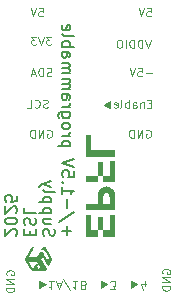
<source format=gbr>
%TF.GenerationSoftware,KiCad,Pcbnew,9.0.2*%
%TF.CreationDate,2025-10-14T12:10:58+02:00*%
%TF.ProjectId,1p6V_to_m1p6V_bias_gum,31703656-5f74-46f5-9f6d-317036565f62,rev?*%
%TF.SameCoordinates,Original*%
%TF.FileFunction,Legend,Bot*%
%TF.FilePolarity,Positive*%
%FSLAX46Y46*%
G04 Gerber Fmt 4.6, Leading zero omitted, Abs format (unit mm)*
G04 Created by KiCad (PCBNEW 9.0.2) date 2025-10-14 12:10:58*
%MOMM*%
%LPD*%
G01*
G04 APERTURE LIST*
%ADD10C,0.150000*%
%ADD11C,0.100000*%
%ADD12C,0.000000*%
%ADD13C,2.000000*%
%ADD14R,1.700000X1.700000*%
%ADD15C,1.700000*%
%ADD16R,1.500000X5.080000*%
G04 APERTURE END LIST*
D10*
X86565965Y-80963220D02*
X86565965Y-80201316D01*
X86185012Y-80582268D02*
X86946917Y-80582268D01*
X87232632Y-79010840D02*
X85946917Y-79867982D01*
X86565965Y-78677506D02*
X86565965Y-77915602D01*
X86185012Y-76915602D02*
X86185012Y-77487030D01*
X86185012Y-77201316D02*
X87185012Y-77201316D01*
X87185012Y-77201316D02*
X87042155Y-77296554D01*
X87042155Y-77296554D02*
X86946917Y-77391792D01*
X86946917Y-77391792D02*
X86899298Y-77487030D01*
X86280251Y-76487030D02*
X86232632Y-76439411D01*
X86232632Y-76439411D02*
X86185012Y-76487030D01*
X86185012Y-76487030D02*
X86232632Y-76534649D01*
X86232632Y-76534649D02*
X86280251Y-76487030D01*
X86280251Y-76487030D02*
X86185012Y-76487030D01*
X87185012Y-75534650D02*
X87185012Y-76010840D01*
X87185012Y-76010840D02*
X86708822Y-76058459D01*
X86708822Y-76058459D02*
X86756441Y-76010840D01*
X86756441Y-76010840D02*
X86804060Y-75915602D01*
X86804060Y-75915602D02*
X86804060Y-75677507D01*
X86804060Y-75677507D02*
X86756441Y-75582269D01*
X86756441Y-75582269D02*
X86708822Y-75534650D01*
X86708822Y-75534650D02*
X86613584Y-75487031D01*
X86613584Y-75487031D02*
X86375489Y-75487031D01*
X86375489Y-75487031D02*
X86280251Y-75534650D01*
X86280251Y-75534650D02*
X86232632Y-75582269D01*
X86232632Y-75582269D02*
X86185012Y-75677507D01*
X86185012Y-75677507D02*
X86185012Y-75915602D01*
X86185012Y-75915602D02*
X86232632Y-76010840D01*
X86232632Y-76010840D02*
X86280251Y-76058459D01*
X87185012Y-75201316D02*
X86185012Y-74867983D01*
X86185012Y-74867983D02*
X87185012Y-74534650D01*
X86851679Y-73439411D02*
X85851679Y-73439411D01*
X86804060Y-73439411D02*
X86851679Y-73344173D01*
X86851679Y-73344173D02*
X86851679Y-73153697D01*
X86851679Y-73153697D02*
X86804060Y-73058459D01*
X86804060Y-73058459D02*
X86756441Y-73010840D01*
X86756441Y-73010840D02*
X86661203Y-72963221D01*
X86661203Y-72963221D02*
X86375489Y-72963221D01*
X86375489Y-72963221D02*
X86280251Y-73010840D01*
X86280251Y-73010840D02*
X86232632Y-73058459D01*
X86232632Y-73058459D02*
X86185012Y-73153697D01*
X86185012Y-73153697D02*
X86185012Y-73344173D01*
X86185012Y-73344173D02*
X86232632Y-73439411D01*
X86185012Y-72534649D02*
X86851679Y-72534649D01*
X86661203Y-72534649D02*
X86756441Y-72487030D01*
X86756441Y-72487030D02*
X86804060Y-72439411D01*
X86804060Y-72439411D02*
X86851679Y-72344173D01*
X86851679Y-72344173D02*
X86851679Y-72248935D01*
X86185012Y-71772744D02*
X86232632Y-71867982D01*
X86232632Y-71867982D02*
X86280251Y-71915601D01*
X86280251Y-71915601D02*
X86375489Y-71963220D01*
X86375489Y-71963220D02*
X86661203Y-71963220D01*
X86661203Y-71963220D02*
X86756441Y-71915601D01*
X86756441Y-71915601D02*
X86804060Y-71867982D01*
X86804060Y-71867982D02*
X86851679Y-71772744D01*
X86851679Y-71772744D02*
X86851679Y-71629887D01*
X86851679Y-71629887D02*
X86804060Y-71534649D01*
X86804060Y-71534649D02*
X86756441Y-71487030D01*
X86756441Y-71487030D02*
X86661203Y-71439411D01*
X86661203Y-71439411D02*
X86375489Y-71439411D01*
X86375489Y-71439411D02*
X86280251Y-71487030D01*
X86280251Y-71487030D02*
X86232632Y-71534649D01*
X86232632Y-71534649D02*
X86185012Y-71629887D01*
X86185012Y-71629887D02*
X86185012Y-71772744D01*
X86851679Y-70582268D02*
X86042155Y-70582268D01*
X86042155Y-70582268D02*
X85946917Y-70629887D01*
X85946917Y-70629887D02*
X85899298Y-70677506D01*
X85899298Y-70677506D02*
X85851679Y-70772744D01*
X85851679Y-70772744D02*
X85851679Y-70915601D01*
X85851679Y-70915601D02*
X85899298Y-71010839D01*
X86232632Y-70582268D02*
X86185012Y-70677506D01*
X86185012Y-70677506D02*
X86185012Y-70867982D01*
X86185012Y-70867982D02*
X86232632Y-70963220D01*
X86232632Y-70963220D02*
X86280251Y-71010839D01*
X86280251Y-71010839D02*
X86375489Y-71058458D01*
X86375489Y-71058458D02*
X86661203Y-71058458D01*
X86661203Y-71058458D02*
X86756441Y-71010839D01*
X86756441Y-71010839D02*
X86804060Y-70963220D01*
X86804060Y-70963220D02*
X86851679Y-70867982D01*
X86851679Y-70867982D02*
X86851679Y-70677506D01*
X86851679Y-70677506D02*
X86804060Y-70582268D01*
X86185012Y-70106077D02*
X86851679Y-70106077D01*
X86661203Y-70106077D02*
X86756441Y-70058458D01*
X86756441Y-70058458D02*
X86804060Y-70010839D01*
X86804060Y-70010839D02*
X86851679Y-69915601D01*
X86851679Y-69915601D02*
X86851679Y-69820363D01*
X86185012Y-69058458D02*
X86708822Y-69058458D01*
X86708822Y-69058458D02*
X86804060Y-69106077D01*
X86804060Y-69106077D02*
X86851679Y-69201315D01*
X86851679Y-69201315D02*
X86851679Y-69391791D01*
X86851679Y-69391791D02*
X86804060Y-69487029D01*
X86232632Y-69058458D02*
X86185012Y-69153696D01*
X86185012Y-69153696D02*
X86185012Y-69391791D01*
X86185012Y-69391791D02*
X86232632Y-69487029D01*
X86232632Y-69487029D02*
X86327870Y-69534648D01*
X86327870Y-69534648D02*
X86423108Y-69534648D01*
X86423108Y-69534648D02*
X86518346Y-69487029D01*
X86518346Y-69487029D02*
X86565965Y-69391791D01*
X86565965Y-69391791D02*
X86565965Y-69153696D01*
X86565965Y-69153696D02*
X86613584Y-69058458D01*
X86185012Y-68582267D02*
X86851679Y-68582267D01*
X86756441Y-68582267D02*
X86804060Y-68534648D01*
X86804060Y-68534648D02*
X86851679Y-68439410D01*
X86851679Y-68439410D02*
X86851679Y-68296553D01*
X86851679Y-68296553D02*
X86804060Y-68201315D01*
X86804060Y-68201315D02*
X86708822Y-68153696D01*
X86708822Y-68153696D02*
X86185012Y-68153696D01*
X86708822Y-68153696D02*
X86804060Y-68106077D01*
X86804060Y-68106077D02*
X86851679Y-68010839D01*
X86851679Y-68010839D02*
X86851679Y-67867982D01*
X86851679Y-67867982D02*
X86804060Y-67772743D01*
X86804060Y-67772743D02*
X86708822Y-67725124D01*
X86708822Y-67725124D02*
X86185012Y-67725124D01*
X86185012Y-67248934D02*
X86851679Y-67248934D01*
X86756441Y-67248934D02*
X86804060Y-67201315D01*
X86804060Y-67201315D02*
X86851679Y-67106077D01*
X86851679Y-67106077D02*
X86851679Y-66963220D01*
X86851679Y-66963220D02*
X86804060Y-66867982D01*
X86804060Y-66867982D02*
X86708822Y-66820363D01*
X86708822Y-66820363D02*
X86185012Y-66820363D01*
X86708822Y-66820363D02*
X86804060Y-66772744D01*
X86804060Y-66772744D02*
X86851679Y-66677506D01*
X86851679Y-66677506D02*
X86851679Y-66534649D01*
X86851679Y-66534649D02*
X86804060Y-66439410D01*
X86804060Y-66439410D02*
X86708822Y-66391791D01*
X86708822Y-66391791D02*
X86185012Y-66391791D01*
X86185012Y-65487030D02*
X86708822Y-65487030D01*
X86708822Y-65487030D02*
X86804060Y-65534649D01*
X86804060Y-65534649D02*
X86851679Y-65629887D01*
X86851679Y-65629887D02*
X86851679Y-65820363D01*
X86851679Y-65820363D02*
X86804060Y-65915601D01*
X86232632Y-65487030D02*
X86185012Y-65582268D01*
X86185012Y-65582268D02*
X86185012Y-65820363D01*
X86185012Y-65820363D02*
X86232632Y-65915601D01*
X86232632Y-65915601D02*
X86327870Y-65963220D01*
X86327870Y-65963220D02*
X86423108Y-65963220D01*
X86423108Y-65963220D02*
X86518346Y-65915601D01*
X86518346Y-65915601D02*
X86565965Y-65820363D01*
X86565965Y-65820363D02*
X86565965Y-65582268D01*
X86565965Y-65582268D02*
X86613584Y-65487030D01*
X86185012Y-65010839D02*
X87185012Y-65010839D01*
X86804060Y-65010839D02*
X86851679Y-64915601D01*
X86851679Y-64915601D02*
X86851679Y-64725125D01*
X86851679Y-64725125D02*
X86804060Y-64629887D01*
X86804060Y-64629887D02*
X86756441Y-64582268D01*
X86756441Y-64582268D02*
X86661203Y-64534649D01*
X86661203Y-64534649D02*
X86375489Y-64534649D01*
X86375489Y-64534649D02*
X86280251Y-64582268D01*
X86280251Y-64582268D02*
X86232632Y-64629887D01*
X86232632Y-64629887D02*
X86185012Y-64725125D01*
X86185012Y-64725125D02*
X86185012Y-64915601D01*
X86185012Y-64915601D02*
X86232632Y-65010839D01*
X86185012Y-63963220D02*
X86232632Y-64058458D01*
X86232632Y-64058458D02*
X86327870Y-64106077D01*
X86327870Y-64106077D02*
X87185012Y-64106077D01*
X86232632Y-63201315D02*
X86185012Y-63296553D01*
X86185012Y-63296553D02*
X86185012Y-63487029D01*
X86185012Y-63487029D02*
X86232632Y-63582267D01*
X86232632Y-63582267D02*
X86327870Y-63629886D01*
X86327870Y-63629886D02*
X86708822Y-63629886D01*
X86708822Y-63629886D02*
X86804060Y-63582267D01*
X86804060Y-63582267D02*
X86851679Y-63487029D01*
X86851679Y-63487029D02*
X86851679Y-63296553D01*
X86851679Y-63296553D02*
X86804060Y-63201315D01*
X86804060Y-63201315D02*
X86708822Y-63153696D01*
X86708822Y-63153696D02*
X86613584Y-63153696D01*
X86613584Y-63153696D02*
X86518346Y-63629886D01*
X84622688Y-81010839D02*
X84575068Y-80867982D01*
X84575068Y-80867982D02*
X84575068Y-80629887D01*
X84575068Y-80629887D02*
X84622688Y-80534649D01*
X84622688Y-80534649D02*
X84670307Y-80487030D01*
X84670307Y-80487030D02*
X84765545Y-80439411D01*
X84765545Y-80439411D02*
X84860783Y-80439411D01*
X84860783Y-80439411D02*
X84956021Y-80487030D01*
X84956021Y-80487030D02*
X85003640Y-80534649D01*
X85003640Y-80534649D02*
X85051259Y-80629887D01*
X85051259Y-80629887D02*
X85098878Y-80820363D01*
X85098878Y-80820363D02*
X85146497Y-80915601D01*
X85146497Y-80915601D02*
X85194116Y-80963220D01*
X85194116Y-80963220D02*
X85289354Y-81010839D01*
X85289354Y-81010839D02*
X85384592Y-81010839D01*
X85384592Y-81010839D02*
X85479830Y-80963220D01*
X85479830Y-80963220D02*
X85527449Y-80915601D01*
X85527449Y-80915601D02*
X85575068Y-80820363D01*
X85575068Y-80820363D02*
X85575068Y-80582268D01*
X85575068Y-80582268D02*
X85527449Y-80439411D01*
X85241735Y-79582268D02*
X84575068Y-79582268D01*
X85241735Y-80010839D02*
X84717926Y-80010839D01*
X84717926Y-80010839D02*
X84622688Y-79963220D01*
X84622688Y-79963220D02*
X84575068Y-79867982D01*
X84575068Y-79867982D02*
X84575068Y-79725125D01*
X84575068Y-79725125D02*
X84622688Y-79629887D01*
X84622688Y-79629887D02*
X84670307Y-79582268D01*
X85241735Y-79106077D02*
X84241735Y-79106077D01*
X85194116Y-79106077D02*
X85241735Y-79010839D01*
X85241735Y-79010839D02*
X85241735Y-78820363D01*
X85241735Y-78820363D02*
X85194116Y-78725125D01*
X85194116Y-78725125D02*
X85146497Y-78677506D01*
X85146497Y-78677506D02*
X85051259Y-78629887D01*
X85051259Y-78629887D02*
X84765545Y-78629887D01*
X84765545Y-78629887D02*
X84670307Y-78677506D01*
X84670307Y-78677506D02*
X84622688Y-78725125D01*
X84622688Y-78725125D02*
X84575068Y-78820363D01*
X84575068Y-78820363D02*
X84575068Y-79010839D01*
X84575068Y-79010839D02*
X84622688Y-79106077D01*
X85241735Y-78201315D02*
X84241735Y-78201315D01*
X85194116Y-78201315D02*
X85241735Y-78106077D01*
X85241735Y-78106077D02*
X85241735Y-77915601D01*
X85241735Y-77915601D02*
X85194116Y-77820363D01*
X85194116Y-77820363D02*
X85146497Y-77772744D01*
X85146497Y-77772744D02*
X85051259Y-77725125D01*
X85051259Y-77725125D02*
X84765545Y-77725125D01*
X84765545Y-77725125D02*
X84670307Y-77772744D01*
X84670307Y-77772744D02*
X84622688Y-77820363D01*
X84622688Y-77820363D02*
X84575068Y-77915601D01*
X84575068Y-77915601D02*
X84575068Y-78106077D01*
X84575068Y-78106077D02*
X84622688Y-78201315D01*
X84575068Y-77153696D02*
X84622688Y-77248934D01*
X84622688Y-77248934D02*
X84717926Y-77296553D01*
X84717926Y-77296553D02*
X85575068Y-77296553D01*
X85241735Y-76867981D02*
X84575068Y-76629886D01*
X85241735Y-76391791D02*
X84575068Y-76629886D01*
X84575068Y-76629886D02*
X84336973Y-76725124D01*
X84336973Y-76725124D02*
X84289354Y-76772743D01*
X84289354Y-76772743D02*
X84241735Y-76867981D01*
X83488934Y-80963220D02*
X83488934Y-80629887D01*
X82965124Y-80487030D02*
X82965124Y-80963220D01*
X82965124Y-80963220D02*
X83965124Y-80963220D01*
X83965124Y-80963220D02*
X83965124Y-80487030D01*
X83012744Y-80106077D02*
X82965124Y-79963220D01*
X82965124Y-79963220D02*
X82965124Y-79725125D01*
X82965124Y-79725125D02*
X83012744Y-79629887D01*
X83012744Y-79629887D02*
X83060363Y-79582268D01*
X83060363Y-79582268D02*
X83155601Y-79534649D01*
X83155601Y-79534649D02*
X83250839Y-79534649D01*
X83250839Y-79534649D02*
X83346077Y-79582268D01*
X83346077Y-79582268D02*
X83393696Y-79629887D01*
X83393696Y-79629887D02*
X83441315Y-79725125D01*
X83441315Y-79725125D02*
X83488934Y-79915601D01*
X83488934Y-79915601D02*
X83536553Y-80010839D01*
X83536553Y-80010839D02*
X83584172Y-80058458D01*
X83584172Y-80058458D02*
X83679410Y-80106077D01*
X83679410Y-80106077D02*
X83774648Y-80106077D01*
X83774648Y-80106077D02*
X83869886Y-80058458D01*
X83869886Y-80058458D02*
X83917505Y-80010839D01*
X83917505Y-80010839D02*
X83965124Y-79915601D01*
X83965124Y-79915601D02*
X83965124Y-79677506D01*
X83965124Y-79677506D02*
X83917505Y-79534649D01*
X82965124Y-78629887D02*
X82965124Y-79106077D01*
X82965124Y-79106077D02*
X83965124Y-79106077D01*
X82259942Y-81010839D02*
X82307561Y-80963220D01*
X82307561Y-80963220D02*
X82355180Y-80867982D01*
X82355180Y-80867982D02*
X82355180Y-80629887D01*
X82355180Y-80629887D02*
X82307561Y-80534649D01*
X82307561Y-80534649D02*
X82259942Y-80487030D01*
X82259942Y-80487030D02*
X82164704Y-80439411D01*
X82164704Y-80439411D02*
X82069466Y-80439411D01*
X82069466Y-80439411D02*
X81926609Y-80487030D01*
X81926609Y-80487030D02*
X81355180Y-81058458D01*
X81355180Y-81058458D02*
X81355180Y-80439411D01*
X82355180Y-79820363D02*
X82355180Y-79725125D01*
X82355180Y-79725125D02*
X82307561Y-79629887D01*
X82307561Y-79629887D02*
X82259942Y-79582268D01*
X82259942Y-79582268D02*
X82164704Y-79534649D01*
X82164704Y-79534649D02*
X81974228Y-79487030D01*
X81974228Y-79487030D02*
X81736133Y-79487030D01*
X81736133Y-79487030D02*
X81545657Y-79534649D01*
X81545657Y-79534649D02*
X81450419Y-79582268D01*
X81450419Y-79582268D02*
X81402800Y-79629887D01*
X81402800Y-79629887D02*
X81355180Y-79725125D01*
X81355180Y-79725125D02*
X81355180Y-79820363D01*
X81355180Y-79820363D02*
X81402800Y-79915601D01*
X81402800Y-79915601D02*
X81450419Y-79963220D01*
X81450419Y-79963220D02*
X81545657Y-80010839D01*
X81545657Y-80010839D02*
X81736133Y-80058458D01*
X81736133Y-80058458D02*
X81974228Y-80058458D01*
X81974228Y-80058458D02*
X82164704Y-80010839D01*
X82164704Y-80010839D02*
X82259942Y-79963220D01*
X82259942Y-79963220D02*
X82307561Y-79915601D01*
X82307561Y-79915601D02*
X82355180Y-79820363D01*
X82259942Y-79106077D02*
X82307561Y-79058458D01*
X82307561Y-79058458D02*
X82355180Y-78963220D01*
X82355180Y-78963220D02*
X82355180Y-78725125D01*
X82355180Y-78725125D02*
X82307561Y-78629887D01*
X82307561Y-78629887D02*
X82259942Y-78582268D01*
X82259942Y-78582268D02*
X82164704Y-78534649D01*
X82164704Y-78534649D02*
X82069466Y-78534649D01*
X82069466Y-78534649D02*
X81926609Y-78582268D01*
X81926609Y-78582268D02*
X81355180Y-79153696D01*
X81355180Y-79153696D02*
X81355180Y-78534649D01*
X82355180Y-77629887D02*
X82355180Y-78106077D01*
X82355180Y-78106077D02*
X81878990Y-78153696D01*
X81878990Y-78153696D02*
X81926609Y-78106077D01*
X81926609Y-78106077D02*
X81974228Y-78010839D01*
X81974228Y-78010839D02*
X81974228Y-77772744D01*
X81974228Y-77772744D02*
X81926609Y-77677506D01*
X81926609Y-77677506D02*
X81878990Y-77629887D01*
X81878990Y-77629887D02*
X81783752Y-77582268D01*
X81783752Y-77582268D02*
X81545657Y-77582268D01*
X81545657Y-77582268D02*
X81450419Y-77629887D01*
X81450419Y-77629887D02*
X81402800Y-77677506D01*
X81402800Y-77677506D02*
X81355180Y-77772744D01*
X81355180Y-77772744D02*
X81355180Y-78010839D01*
X81355180Y-78010839D02*
X81402800Y-78106077D01*
X81402800Y-78106077D02*
X81450419Y-78153696D01*
D11*
X84283789Y-85380200D02*
X84283789Y-84846866D01*
X84317122Y-85346866D02*
X84317122Y-84880200D01*
X84350455Y-85346866D02*
X84350455Y-84880200D01*
X84383789Y-85313533D02*
X84383789Y-84913533D01*
X84417122Y-85313533D02*
X84417122Y-84913533D01*
X84450455Y-85280200D02*
X84450455Y-84946866D01*
X84483789Y-85280200D02*
X84483789Y-84946866D01*
X84517122Y-85246866D02*
X84517122Y-84980200D01*
X84550455Y-85213533D02*
X84550455Y-85013533D01*
X84583789Y-85213533D02*
X84583789Y-85013533D01*
X84617122Y-85180200D02*
X84617122Y-85046866D01*
X84650455Y-85180200D02*
X84650455Y-85046866D01*
X84683789Y-85113533D02*
X84717122Y-85113533D01*
X84683789Y-85146866D02*
X84683789Y-85080200D01*
X84250455Y-85380200D02*
X84750455Y-85113533D01*
X84750455Y-85113533D02*
X84250455Y-84846866D01*
X84783789Y-85113533D02*
X84250455Y-84813533D01*
X84250455Y-84813533D02*
X84250455Y-85413533D01*
X84250455Y-85413533D02*
X84783789Y-85113533D01*
X85483789Y-84846866D02*
X85083789Y-84846866D01*
X85283789Y-84846866D02*
X85283789Y-85546866D01*
X85283789Y-85546866D02*
X85217122Y-85446866D01*
X85217122Y-85446866D02*
X85150456Y-85380200D01*
X85150456Y-85380200D02*
X85083789Y-85346866D01*
X85750456Y-85046866D02*
X86083789Y-85046866D01*
X85683789Y-84846866D02*
X85917123Y-85546866D01*
X85917123Y-85546866D02*
X86150456Y-84846866D01*
X86883789Y-85580200D02*
X86283789Y-84680200D01*
X87483789Y-84846866D02*
X87083789Y-84846866D01*
X87283789Y-84846866D02*
X87283789Y-85546866D01*
X87283789Y-85546866D02*
X87217122Y-85446866D01*
X87217122Y-85446866D02*
X87150456Y-85380200D01*
X87150456Y-85380200D02*
X87083789Y-85346866D01*
X88017123Y-85213533D02*
X88117123Y-85180200D01*
X88117123Y-85180200D02*
X88150456Y-85146866D01*
X88150456Y-85146866D02*
X88183789Y-85080200D01*
X88183789Y-85080200D02*
X88183789Y-84980200D01*
X88183789Y-84980200D02*
X88150456Y-84913533D01*
X88150456Y-84913533D02*
X88117123Y-84880200D01*
X88117123Y-84880200D02*
X88050456Y-84846866D01*
X88050456Y-84846866D02*
X87783789Y-84846866D01*
X87783789Y-84846866D02*
X87783789Y-85546866D01*
X87783789Y-85546866D02*
X88017123Y-85546866D01*
X88017123Y-85546866D02*
X88083789Y-85513533D01*
X88083789Y-85513533D02*
X88117123Y-85480200D01*
X88117123Y-85480200D02*
X88150456Y-85413533D01*
X88150456Y-85413533D02*
X88150456Y-85346866D01*
X88150456Y-85346866D02*
X88117123Y-85280200D01*
X88117123Y-85280200D02*
X88083789Y-85246866D01*
X88083789Y-85246866D02*
X88017123Y-85213533D01*
X88017123Y-85213533D02*
X87783789Y-85213533D01*
X93744788Y-69820466D02*
X93511455Y-69820466D01*
X93411455Y-70187133D02*
X93744788Y-70187133D01*
X93744788Y-70187133D02*
X93744788Y-69487133D01*
X93744788Y-69487133D02*
X93411455Y-69487133D01*
X93111455Y-69720466D02*
X93111455Y-70187133D01*
X93111455Y-69787133D02*
X93078122Y-69753800D01*
X93078122Y-69753800D02*
X93011455Y-69720466D01*
X93011455Y-69720466D02*
X92911455Y-69720466D01*
X92911455Y-69720466D02*
X92844788Y-69753800D01*
X92844788Y-69753800D02*
X92811455Y-69820466D01*
X92811455Y-69820466D02*
X92811455Y-70187133D01*
X92178122Y-70187133D02*
X92178122Y-69820466D01*
X92178122Y-69820466D02*
X92211455Y-69753800D01*
X92211455Y-69753800D02*
X92278122Y-69720466D01*
X92278122Y-69720466D02*
X92411455Y-69720466D01*
X92411455Y-69720466D02*
X92478122Y-69753800D01*
X92178122Y-70153800D02*
X92244789Y-70187133D01*
X92244789Y-70187133D02*
X92411455Y-70187133D01*
X92411455Y-70187133D02*
X92478122Y-70153800D01*
X92478122Y-70153800D02*
X92511455Y-70087133D01*
X92511455Y-70087133D02*
X92511455Y-70020466D01*
X92511455Y-70020466D02*
X92478122Y-69953800D01*
X92478122Y-69953800D02*
X92411455Y-69920466D01*
X92411455Y-69920466D02*
X92244789Y-69920466D01*
X92244789Y-69920466D02*
X92178122Y-69887133D01*
X91844789Y-70187133D02*
X91844789Y-69487133D01*
X91844789Y-69753800D02*
X91778122Y-69720466D01*
X91778122Y-69720466D02*
X91644789Y-69720466D01*
X91644789Y-69720466D02*
X91578122Y-69753800D01*
X91578122Y-69753800D02*
X91544789Y-69787133D01*
X91544789Y-69787133D02*
X91511456Y-69853800D01*
X91511456Y-69853800D02*
X91511456Y-70053800D01*
X91511456Y-70053800D02*
X91544789Y-70120466D01*
X91544789Y-70120466D02*
X91578122Y-70153800D01*
X91578122Y-70153800D02*
X91644789Y-70187133D01*
X91644789Y-70187133D02*
X91778122Y-70187133D01*
X91778122Y-70187133D02*
X91844789Y-70153800D01*
X91111456Y-70187133D02*
X91178123Y-70153800D01*
X91178123Y-70153800D02*
X91211456Y-70087133D01*
X91211456Y-70087133D02*
X91211456Y-69487133D01*
X90578122Y-70153800D02*
X90644789Y-70187133D01*
X90644789Y-70187133D02*
X90778122Y-70187133D01*
X90778122Y-70187133D02*
X90844789Y-70153800D01*
X90844789Y-70153800D02*
X90878122Y-70087133D01*
X90878122Y-70087133D02*
X90878122Y-69820466D01*
X90878122Y-69820466D02*
X90844789Y-69753800D01*
X90844789Y-69753800D02*
X90778122Y-69720466D01*
X90778122Y-69720466D02*
X90644789Y-69720466D01*
X90644789Y-69720466D02*
X90578122Y-69753800D01*
X90578122Y-69753800D02*
X90544789Y-69820466D01*
X90544789Y-69820466D02*
X90544789Y-69887133D01*
X90544789Y-69887133D02*
X90878122Y-69953800D01*
X90211456Y-69653800D02*
X90211456Y-70187133D01*
X90178122Y-69687133D02*
X90178122Y-70153800D01*
X90144789Y-69687133D02*
X90144789Y-70153800D01*
X90111456Y-69720466D02*
X90111456Y-70120466D01*
X90078122Y-69720466D02*
X90078122Y-70120466D01*
X90044789Y-69753800D02*
X90044789Y-70087133D01*
X90011456Y-69753800D02*
X90011456Y-70087133D01*
X89978122Y-69787133D02*
X89978122Y-70053800D01*
X89944789Y-69820466D02*
X89944789Y-70020466D01*
X89911456Y-69820466D02*
X89911456Y-70020466D01*
X89878122Y-69853800D02*
X89878122Y-69987133D01*
X89844789Y-69853800D02*
X89844789Y-69987133D01*
X89811456Y-69920466D02*
X89778122Y-69920466D01*
X89811456Y-69887133D02*
X89811456Y-69953800D01*
X90244789Y-69653800D02*
X89744789Y-69920466D01*
X89744789Y-69920466D02*
X90244789Y-70187133D01*
X89711456Y-69920466D02*
X90244789Y-70220466D01*
X90244789Y-70220466D02*
X90244789Y-69620466D01*
X90244789Y-69620466D02*
X89711456Y-69920466D01*
X93797456Y-67253466D02*
X93264123Y-67253466D01*
X92597456Y-66820133D02*
X92930789Y-66820133D01*
X92930789Y-66820133D02*
X92964122Y-67153466D01*
X92964122Y-67153466D02*
X92930789Y-67120133D01*
X92930789Y-67120133D02*
X92864122Y-67086800D01*
X92864122Y-67086800D02*
X92697456Y-67086800D01*
X92697456Y-67086800D02*
X92630789Y-67120133D01*
X92630789Y-67120133D02*
X92597456Y-67153466D01*
X92597456Y-67153466D02*
X92564122Y-67220133D01*
X92564122Y-67220133D02*
X92564122Y-67386800D01*
X92564122Y-67386800D02*
X92597456Y-67453466D01*
X92597456Y-67453466D02*
X92630789Y-67486800D01*
X92630789Y-67486800D02*
X92697456Y-67520133D01*
X92697456Y-67520133D02*
X92864122Y-67520133D01*
X92864122Y-67520133D02*
X92930789Y-67486800D01*
X92930789Y-67486800D02*
X92964122Y-67453466D01*
X92364122Y-66820133D02*
X92130789Y-67520133D01*
X92130789Y-67520133D02*
X91897455Y-66820133D01*
X84215456Y-61740133D02*
X84548789Y-61740133D01*
X84548789Y-61740133D02*
X84582122Y-62073466D01*
X84582122Y-62073466D02*
X84548789Y-62040133D01*
X84548789Y-62040133D02*
X84482122Y-62006800D01*
X84482122Y-62006800D02*
X84315456Y-62006800D01*
X84315456Y-62006800D02*
X84248789Y-62040133D01*
X84248789Y-62040133D02*
X84215456Y-62073466D01*
X84215456Y-62073466D02*
X84182122Y-62140133D01*
X84182122Y-62140133D02*
X84182122Y-62306800D01*
X84182122Y-62306800D02*
X84215456Y-62373466D01*
X84215456Y-62373466D02*
X84248789Y-62406800D01*
X84248789Y-62406800D02*
X84315456Y-62440133D01*
X84315456Y-62440133D02*
X84482122Y-62440133D01*
X84482122Y-62440133D02*
X84548789Y-62406800D01*
X84548789Y-62406800D02*
X84582122Y-62373466D01*
X83982122Y-61740133D02*
X83748789Y-62440133D01*
X83748789Y-62440133D02*
X83515455Y-61740133D01*
X85282122Y-67486800D02*
X85182122Y-67520133D01*
X85182122Y-67520133D02*
X85015456Y-67520133D01*
X85015456Y-67520133D02*
X84948789Y-67486800D01*
X84948789Y-67486800D02*
X84915456Y-67453466D01*
X84915456Y-67453466D02*
X84882122Y-67386800D01*
X84882122Y-67386800D02*
X84882122Y-67320133D01*
X84882122Y-67320133D02*
X84915456Y-67253466D01*
X84915456Y-67253466D02*
X84948789Y-67220133D01*
X84948789Y-67220133D02*
X85015456Y-67186800D01*
X85015456Y-67186800D02*
X85148789Y-67153466D01*
X85148789Y-67153466D02*
X85215456Y-67120133D01*
X85215456Y-67120133D02*
X85248789Y-67086800D01*
X85248789Y-67086800D02*
X85282122Y-67020133D01*
X85282122Y-67020133D02*
X85282122Y-66953466D01*
X85282122Y-66953466D02*
X85248789Y-66886800D01*
X85248789Y-66886800D02*
X85215456Y-66853466D01*
X85215456Y-66853466D02*
X85148789Y-66820133D01*
X85148789Y-66820133D02*
X84982122Y-66820133D01*
X84982122Y-66820133D02*
X84882122Y-66853466D01*
X84582122Y-67520133D02*
X84582122Y-66820133D01*
X84582122Y-66820133D02*
X84415455Y-66820133D01*
X84415455Y-66820133D02*
X84315455Y-66853466D01*
X84315455Y-66853466D02*
X84248789Y-66920133D01*
X84248789Y-66920133D02*
X84215455Y-66986800D01*
X84215455Y-66986800D02*
X84182122Y-67120133D01*
X84182122Y-67120133D02*
X84182122Y-67220133D01*
X84182122Y-67220133D02*
X84215455Y-67353466D01*
X84215455Y-67353466D02*
X84248789Y-67420133D01*
X84248789Y-67420133D02*
X84315455Y-67486800D01*
X84315455Y-67486800D02*
X84415455Y-67520133D01*
X84415455Y-67520133D02*
X84582122Y-67520133D01*
X83915455Y-67320133D02*
X83582122Y-67320133D01*
X83982122Y-67520133D02*
X83748789Y-66820133D01*
X83748789Y-66820133D02*
X83515455Y-67520133D01*
X93687788Y-64407133D02*
X93454455Y-65107133D01*
X93454455Y-65107133D02*
X93221121Y-64407133D01*
X92987788Y-65107133D02*
X92987788Y-64407133D01*
X92987788Y-64407133D02*
X92821121Y-64407133D01*
X92821121Y-64407133D02*
X92721121Y-64440466D01*
X92721121Y-64440466D02*
X92654455Y-64507133D01*
X92654455Y-64507133D02*
X92621121Y-64573800D01*
X92621121Y-64573800D02*
X92587788Y-64707133D01*
X92587788Y-64707133D02*
X92587788Y-64807133D01*
X92587788Y-64807133D02*
X92621121Y-64940466D01*
X92621121Y-64940466D02*
X92654455Y-65007133D01*
X92654455Y-65007133D02*
X92721121Y-65073800D01*
X92721121Y-65073800D02*
X92821121Y-65107133D01*
X92821121Y-65107133D02*
X92987788Y-65107133D01*
X92287788Y-65107133D02*
X92287788Y-64407133D01*
X92287788Y-64407133D02*
X92121121Y-64407133D01*
X92121121Y-64407133D02*
X92021121Y-64440466D01*
X92021121Y-64440466D02*
X91954455Y-64507133D01*
X91954455Y-64507133D02*
X91921121Y-64573800D01*
X91921121Y-64573800D02*
X91887788Y-64707133D01*
X91887788Y-64707133D02*
X91887788Y-64807133D01*
X91887788Y-64807133D02*
X91921121Y-64940466D01*
X91921121Y-64940466D02*
X91954455Y-65007133D01*
X91954455Y-65007133D02*
X92021121Y-65073800D01*
X92021121Y-65073800D02*
X92121121Y-65107133D01*
X92121121Y-65107133D02*
X92287788Y-65107133D01*
X91587788Y-65107133D02*
X91587788Y-64407133D01*
X91121122Y-64407133D02*
X90987788Y-64407133D01*
X90987788Y-64407133D02*
X90921122Y-64440466D01*
X90921122Y-64440466D02*
X90854455Y-64507133D01*
X90854455Y-64507133D02*
X90821122Y-64640466D01*
X90821122Y-64640466D02*
X90821122Y-64873800D01*
X90821122Y-64873800D02*
X90854455Y-65007133D01*
X90854455Y-65007133D02*
X90921122Y-65073800D01*
X90921122Y-65073800D02*
X90987788Y-65107133D01*
X90987788Y-65107133D02*
X91121122Y-65107133D01*
X91121122Y-65107133D02*
X91187788Y-65073800D01*
X91187788Y-65073800D02*
X91254455Y-65007133D01*
X91254455Y-65007133D02*
X91287788Y-64873800D01*
X91287788Y-64873800D02*
X91287788Y-64640466D01*
X91287788Y-64640466D02*
X91254455Y-64507133D01*
X91254455Y-64507133D02*
X91187788Y-64440466D01*
X91187788Y-64440466D02*
X91121122Y-64407133D01*
X84921788Y-72060466D02*
X84988455Y-72027133D01*
X84988455Y-72027133D02*
X85088455Y-72027133D01*
X85088455Y-72027133D02*
X85188455Y-72060466D01*
X85188455Y-72060466D02*
X85255122Y-72127133D01*
X85255122Y-72127133D02*
X85288455Y-72193800D01*
X85288455Y-72193800D02*
X85321788Y-72327133D01*
X85321788Y-72327133D02*
X85321788Y-72427133D01*
X85321788Y-72427133D02*
X85288455Y-72560466D01*
X85288455Y-72560466D02*
X85255122Y-72627133D01*
X85255122Y-72627133D02*
X85188455Y-72693800D01*
X85188455Y-72693800D02*
X85088455Y-72727133D01*
X85088455Y-72727133D02*
X85021788Y-72727133D01*
X85021788Y-72727133D02*
X84921788Y-72693800D01*
X84921788Y-72693800D02*
X84888455Y-72660466D01*
X84888455Y-72660466D02*
X84888455Y-72427133D01*
X84888455Y-72427133D02*
X85021788Y-72427133D01*
X84588455Y-72727133D02*
X84588455Y-72027133D01*
X84588455Y-72027133D02*
X84188455Y-72727133D01*
X84188455Y-72727133D02*
X84188455Y-72027133D01*
X83855122Y-72727133D02*
X83855122Y-72027133D01*
X83855122Y-72027133D02*
X83688455Y-72027133D01*
X83688455Y-72027133D02*
X83588455Y-72060466D01*
X83588455Y-72060466D02*
X83521789Y-72127133D01*
X83521789Y-72127133D02*
X83488455Y-72193800D01*
X83488455Y-72193800D02*
X83455122Y-72327133D01*
X83455122Y-72327133D02*
X83455122Y-72427133D01*
X83455122Y-72427133D02*
X83488455Y-72560466D01*
X83488455Y-72560466D02*
X83521789Y-72627133D01*
X83521789Y-72627133D02*
X83588455Y-72693800D01*
X83588455Y-72693800D02*
X83688455Y-72727133D01*
X83688455Y-72727133D02*
X83855122Y-72727133D01*
X81482466Y-84339122D02*
X81449133Y-84272455D01*
X81449133Y-84272455D02*
X81449133Y-84172455D01*
X81449133Y-84172455D02*
X81482466Y-84072455D01*
X81482466Y-84072455D02*
X81549133Y-84005789D01*
X81549133Y-84005789D02*
X81615800Y-83972455D01*
X81615800Y-83972455D02*
X81749133Y-83939122D01*
X81749133Y-83939122D02*
X81849133Y-83939122D01*
X81849133Y-83939122D02*
X81982466Y-83972455D01*
X81982466Y-83972455D02*
X82049133Y-84005789D01*
X82049133Y-84005789D02*
X82115800Y-84072455D01*
X82115800Y-84072455D02*
X82149133Y-84172455D01*
X82149133Y-84172455D02*
X82149133Y-84239122D01*
X82149133Y-84239122D02*
X82115800Y-84339122D01*
X82115800Y-84339122D02*
X82082466Y-84372455D01*
X82082466Y-84372455D02*
X81849133Y-84372455D01*
X81849133Y-84372455D02*
X81849133Y-84239122D01*
X82149133Y-84672455D02*
X81449133Y-84672455D01*
X81449133Y-84672455D02*
X82149133Y-85072455D01*
X82149133Y-85072455D02*
X81449133Y-85072455D01*
X82149133Y-85405788D02*
X81449133Y-85405788D01*
X81449133Y-85405788D02*
X81449133Y-85572455D01*
X81449133Y-85572455D02*
X81482466Y-85672455D01*
X81482466Y-85672455D02*
X81549133Y-85739122D01*
X81549133Y-85739122D02*
X81615800Y-85772455D01*
X81615800Y-85772455D02*
X81749133Y-85805788D01*
X81749133Y-85805788D02*
X81849133Y-85805788D01*
X81849133Y-85805788D02*
X81982466Y-85772455D01*
X81982466Y-85772455D02*
X82049133Y-85739122D01*
X82049133Y-85739122D02*
X82115800Y-85672455D01*
X82115800Y-85672455D02*
X82149133Y-85572455D01*
X82149133Y-85572455D02*
X82149133Y-85405788D01*
X89490789Y-85380200D02*
X89490789Y-84846866D01*
X89524122Y-85346866D02*
X89524122Y-84880200D01*
X89557455Y-85346866D02*
X89557455Y-84880200D01*
X89590789Y-85313533D02*
X89590789Y-84913533D01*
X89624122Y-85313533D02*
X89624122Y-84913533D01*
X89657455Y-85280200D02*
X89657455Y-84946866D01*
X89690789Y-85280200D02*
X89690789Y-84946866D01*
X89724122Y-85246866D02*
X89724122Y-84980200D01*
X89757455Y-85213533D02*
X89757455Y-85013533D01*
X89790789Y-85213533D02*
X89790789Y-85013533D01*
X89824122Y-85180200D02*
X89824122Y-85046866D01*
X89857455Y-85180200D02*
X89857455Y-85046866D01*
X89890789Y-85113533D02*
X89924122Y-85113533D01*
X89890789Y-85146866D02*
X89890789Y-85080200D01*
X89457455Y-85380200D02*
X89957455Y-85113533D01*
X89957455Y-85113533D02*
X89457455Y-84846866D01*
X89990789Y-85113533D02*
X89457455Y-84813533D01*
X89457455Y-84813533D02*
X89457455Y-85413533D01*
X89457455Y-85413533D02*
X89990789Y-85113533D01*
X90257456Y-85546866D02*
X90690789Y-85546866D01*
X90690789Y-85546866D02*
X90457456Y-85280200D01*
X90457456Y-85280200D02*
X90557456Y-85280200D01*
X90557456Y-85280200D02*
X90624122Y-85246866D01*
X90624122Y-85246866D02*
X90657456Y-85213533D01*
X90657456Y-85213533D02*
X90690789Y-85146866D01*
X90690789Y-85146866D02*
X90690789Y-84980200D01*
X90690789Y-84980200D02*
X90657456Y-84913533D01*
X90657456Y-84913533D02*
X90624122Y-84880200D01*
X90624122Y-84880200D02*
X90557456Y-84846866D01*
X90557456Y-84846866D02*
X90357456Y-84846866D01*
X90357456Y-84846866D02*
X90290789Y-84880200D01*
X90290789Y-84880200D02*
X90257456Y-84913533D01*
X84961877Y-70153800D02*
X84861877Y-70187133D01*
X84861877Y-70187133D02*
X84695211Y-70187133D01*
X84695211Y-70187133D02*
X84628544Y-70153800D01*
X84628544Y-70153800D02*
X84595211Y-70120466D01*
X84595211Y-70120466D02*
X84561877Y-70053800D01*
X84561877Y-70053800D02*
X84561877Y-69987133D01*
X84561877Y-69987133D02*
X84595211Y-69920466D01*
X84595211Y-69920466D02*
X84628544Y-69887133D01*
X84628544Y-69887133D02*
X84695211Y-69853800D01*
X84695211Y-69853800D02*
X84828544Y-69820466D01*
X84828544Y-69820466D02*
X84895211Y-69787133D01*
X84895211Y-69787133D02*
X84928544Y-69753800D01*
X84928544Y-69753800D02*
X84961877Y-69687133D01*
X84961877Y-69687133D02*
X84961877Y-69620466D01*
X84961877Y-69620466D02*
X84928544Y-69553800D01*
X84928544Y-69553800D02*
X84895211Y-69520466D01*
X84895211Y-69520466D02*
X84828544Y-69487133D01*
X84828544Y-69487133D02*
X84661877Y-69487133D01*
X84661877Y-69487133D02*
X84561877Y-69520466D01*
X83861877Y-70120466D02*
X83895210Y-70153800D01*
X83895210Y-70153800D02*
X83995210Y-70187133D01*
X83995210Y-70187133D02*
X84061877Y-70187133D01*
X84061877Y-70187133D02*
X84161877Y-70153800D01*
X84161877Y-70153800D02*
X84228544Y-70087133D01*
X84228544Y-70087133D02*
X84261877Y-70020466D01*
X84261877Y-70020466D02*
X84295210Y-69887133D01*
X84295210Y-69887133D02*
X84295210Y-69787133D01*
X84295210Y-69787133D02*
X84261877Y-69653800D01*
X84261877Y-69653800D02*
X84228544Y-69587133D01*
X84228544Y-69587133D02*
X84161877Y-69520466D01*
X84161877Y-69520466D02*
X84061877Y-69487133D01*
X84061877Y-69487133D02*
X83995210Y-69487133D01*
X83995210Y-69487133D02*
X83895210Y-69520466D01*
X83895210Y-69520466D02*
X83861877Y-69553800D01*
X83228544Y-70187133D02*
X83561877Y-70187133D01*
X83561877Y-70187133D02*
X83561877Y-69487133D01*
X93303788Y-72060466D02*
X93370455Y-72027133D01*
X93370455Y-72027133D02*
X93470455Y-72027133D01*
X93470455Y-72027133D02*
X93570455Y-72060466D01*
X93570455Y-72060466D02*
X93637122Y-72127133D01*
X93637122Y-72127133D02*
X93670455Y-72193800D01*
X93670455Y-72193800D02*
X93703788Y-72327133D01*
X93703788Y-72327133D02*
X93703788Y-72427133D01*
X93703788Y-72427133D02*
X93670455Y-72560466D01*
X93670455Y-72560466D02*
X93637122Y-72627133D01*
X93637122Y-72627133D02*
X93570455Y-72693800D01*
X93570455Y-72693800D02*
X93470455Y-72727133D01*
X93470455Y-72727133D02*
X93403788Y-72727133D01*
X93403788Y-72727133D02*
X93303788Y-72693800D01*
X93303788Y-72693800D02*
X93270455Y-72660466D01*
X93270455Y-72660466D02*
X93270455Y-72427133D01*
X93270455Y-72427133D02*
X93403788Y-72427133D01*
X92970455Y-72727133D02*
X92970455Y-72027133D01*
X92970455Y-72027133D02*
X92570455Y-72727133D01*
X92570455Y-72727133D02*
X92570455Y-72027133D01*
X92237122Y-72727133D02*
X92237122Y-72027133D01*
X92237122Y-72027133D02*
X92070455Y-72027133D01*
X92070455Y-72027133D02*
X91970455Y-72060466D01*
X91970455Y-72060466D02*
X91903789Y-72127133D01*
X91903789Y-72127133D02*
X91870455Y-72193800D01*
X91870455Y-72193800D02*
X91837122Y-72327133D01*
X91837122Y-72327133D02*
X91837122Y-72427133D01*
X91837122Y-72427133D02*
X91870455Y-72560466D01*
X91870455Y-72560466D02*
X91903789Y-72627133D01*
X91903789Y-72627133D02*
X91970455Y-72693800D01*
X91970455Y-72693800D02*
X92070455Y-72727133D01*
X92070455Y-72727133D02*
X92237122Y-72727133D01*
X93359456Y-61740133D02*
X93692789Y-61740133D01*
X93692789Y-61740133D02*
X93726122Y-62073466D01*
X93726122Y-62073466D02*
X93692789Y-62040133D01*
X93692789Y-62040133D02*
X93626122Y-62006800D01*
X93626122Y-62006800D02*
X93459456Y-62006800D01*
X93459456Y-62006800D02*
X93392789Y-62040133D01*
X93392789Y-62040133D02*
X93359456Y-62073466D01*
X93359456Y-62073466D02*
X93326122Y-62140133D01*
X93326122Y-62140133D02*
X93326122Y-62306800D01*
X93326122Y-62306800D02*
X93359456Y-62373466D01*
X93359456Y-62373466D02*
X93392789Y-62406800D01*
X93392789Y-62406800D02*
X93459456Y-62440133D01*
X93459456Y-62440133D02*
X93626122Y-62440133D01*
X93626122Y-62440133D02*
X93692789Y-62406800D01*
X93692789Y-62406800D02*
X93726122Y-62373466D01*
X93126122Y-61740133D02*
X92892789Y-62440133D01*
X92892789Y-62440133D02*
X92659455Y-61740133D01*
X92030789Y-85380200D02*
X92030789Y-84846866D01*
X92064122Y-85346866D02*
X92064122Y-84880200D01*
X92097455Y-85346866D02*
X92097455Y-84880200D01*
X92130789Y-85313533D02*
X92130789Y-84913533D01*
X92164122Y-85313533D02*
X92164122Y-84913533D01*
X92197455Y-85280200D02*
X92197455Y-84946866D01*
X92230789Y-85280200D02*
X92230789Y-84946866D01*
X92264122Y-85246866D02*
X92264122Y-84980200D01*
X92297455Y-85213533D02*
X92297455Y-85013533D01*
X92330789Y-85213533D02*
X92330789Y-85013533D01*
X92364122Y-85180200D02*
X92364122Y-85046866D01*
X92397455Y-85180200D02*
X92397455Y-85046866D01*
X92430789Y-85113533D02*
X92464122Y-85113533D01*
X92430789Y-85146866D02*
X92430789Y-85080200D01*
X91997455Y-85380200D02*
X92497455Y-85113533D01*
X92497455Y-85113533D02*
X91997455Y-84846866D01*
X92530789Y-85113533D02*
X91997455Y-84813533D01*
X91997455Y-84813533D02*
X91997455Y-85413533D01*
X91997455Y-85413533D02*
X92530789Y-85113533D01*
X93164122Y-85313533D02*
X93164122Y-84846866D01*
X92997456Y-85580200D02*
X92830789Y-85080200D01*
X92830789Y-85080200D02*
X93264122Y-85080200D01*
X85282123Y-64153133D02*
X84848789Y-64153133D01*
X84848789Y-64153133D02*
X85082123Y-64419800D01*
X85082123Y-64419800D02*
X84982123Y-64419800D01*
X84982123Y-64419800D02*
X84915456Y-64453133D01*
X84915456Y-64453133D02*
X84882123Y-64486466D01*
X84882123Y-64486466D02*
X84848789Y-64553133D01*
X84848789Y-64553133D02*
X84848789Y-64719800D01*
X84848789Y-64719800D02*
X84882123Y-64786466D01*
X84882123Y-64786466D02*
X84915456Y-64819800D01*
X84915456Y-64819800D02*
X84982123Y-64853133D01*
X84982123Y-64853133D02*
X85182123Y-64853133D01*
X85182123Y-64853133D02*
X85248789Y-64819800D01*
X85248789Y-64819800D02*
X85282123Y-64786466D01*
X84648789Y-64153133D02*
X84415456Y-64853133D01*
X84415456Y-64853133D02*
X84182122Y-64153133D01*
X84015456Y-64153133D02*
X83582122Y-64153133D01*
X83582122Y-64153133D02*
X83815456Y-64419800D01*
X83815456Y-64419800D02*
X83715456Y-64419800D01*
X83715456Y-64419800D02*
X83648789Y-64453133D01*
X83648789Y-64453133D02*
X83615456Y-64486466D01*
X83615456Y-64486466D02*
X83582122Y-64553133D01*
X83582122Y-64553133D02*
X83582122Y-64719800D01*
X83582122Y-64719800D02*
X83615456Y-64786466D01*
X83615456Y-64786466D02*
X83648789Y-64819800D01*
X83648789Y-64819800D02*
X83715456Y-64853133D01*
X83715456Y-64853133D02*
X83915456Y-64853133D01*
X83915456Y-64853133D02*
X83982122Y-64819800D01*
X83982122Y-64819800D02*
X84015456Y-64786466D01*
X94690466Y-84212122D02*
X94657133Y-84145455D01*
X94657133Y-84145455D02*
X94657133Y-84045455D01*
X94657133Y-84045455D02*
X94690466Y-83945455D01*
X94690466Y-83945455D02*
X94757133Y-83878789D01*
X94757133Y-83878789D02*
X94823800Y-83845455D01*
X94823800Y-83845455D02*
X94957133Y-83812122D01*
X94957133Y-83812122D02*
X95057133Y-83812122D01*
X95057133Y-83812122D02*
X95190466Y-83845455D01*
X95190466Y-83845455D02*
X95257133Y-83878789D01*
X95257133Y-83878789D02*
X95323800Y-83945455D01*
X95323800Y-83945455D02*
X95357133Y-84045455D01*
X95357133Y-84045455D02*
X95357133Y-84112122D01*
X95357133Y-84112122D02*
X95323800Y-84212122D01*
X95323800Y-84212122D02*
X95290466Y-84245455D01*
X95290466Y-84245455D02*
X95057133Y-84245455D01*
X95057133Y-84245455D02*
X95057133Y-84112122D01*
X95357133Y-84545455D02*
X94657133Y-84545455D01*
X94657133Y-84545455D02*
X95357133Y-84945455D01*
X95357133Y-84945455D02*
X94657133Y-84945455D01*
X95357133Y-85278788D02*
X94657133Y-85278788D01*
X94657133Y-85278788D02*
X94657133Y-85445455D01*
X94657133Y-85445455D02*
X94690466Y-85545455D01*
X94690466Y-85545455D02*
X94757133Y-85612122D01*
X94757133Y-85612122D02*
X94823800Y-85645455D01*
X94823800Y-85645455D02*
X94957133Y-85678788D01*
X94957133Y-85678788D02*
X95057133Y-85678788D01*
X95057133Y-85678788D02*
X95190466Y-85645455D01*
X95190466Y-85645455D02*
X95257133Y-85612122D01*
X95257133Y-85612122D02*
X95323800Y-85545455D01*
X95323800Y-85545455D02*
X95357133Y-85445455D01*
X95357133Y-85445455D02*
X95357133Y-85278788D01*
D12*
%TO.C,G\u002A\u002A\u002A*%
G36*
X83850975Y-83626052D02*
G01*
X83847975Y-83629052D01*
X83844974Y-83626052D01*
X83847975Y-83623051D01*
X83850975Y-83626052D01*
G37*
G36*
X84211003Y-82972000D02*
G01*
X84208003Y-82975000D01*
X84205003Y-82972000D01*
X84208003Y-82969000D01*
X84211003Y-82972000D01*
G37*
G36*
X83726594Y-81978928D02*
G01*
X83762234Y-81979214D01*
X83793095Y-81979875D01*
X83817372Y-81980842D01*
X83833259Y-81982048D01*
X83838951Y-81983422D01*
X83838892Y-81983974D01*
X83835334Y-81992663D01*
X83827967Y-82005924D01*
X83825668Y-82009765D01*
X83817000Y-82024521D01*
X83803862Y-82047070D01*
X83787273Y-82075658D01*
X83768250Y-82108531D01*
X83747813Y-82143935D01*
X83732824Y-82169911D01*
X83710978Y-82207728D01*
X83684912Y-82252817D01*
X83655583Y-82303523D01*
X83623949Y-82358192D01*
X83590966Y-82415171D01*
X83557590Y-82472806D01*
X83524780Y-82529442D01*
X83515527Y-82545413D01*
X83486246Y-82595993D01*
X83459039Y-82643046D01*
X83434471Y-82685592D01*
X83413105Y-82722653D01*
X83395506Y-82753250D01*
X83382238Y-82776403D01*
X83373865Y-82791134D01*
X83370950Y-82796463D01*
X83375776Y-82796747D01*
X83391600Y-82797115D01*
X83417425Y-82797530D01*
X83452203Y-82797981D01*
X83494886Y-82798455D01*
X83544427Y-82798943D01*
X83599777Y-82799431D01*
X83659890Y-82799908D01*
X83723717Y-82800364D01*
X84076470Y-82802741D01*
X84193076Y-82598076D01*
X84309682Y-82393411D01*
X84431109Y-82391683D01*
X84552535Y-82389954D01*
X84642488Y-82545967D01*
X84660644Y-82577443D01*
X84691915Y-82631611D01*
X84725406Y-82689575D01*
X84759063Y-82747788D01*
X84790836Y-82802699D01*
X84818672Y-82850759D01*
X84904904Y-82999539D01*
X85019493Y-83000771D01*
X85134081Y-83002003D01*
X85115077Y-82968735D01*
X85110996Y-82961630D01*
X85100692Y-82943758D01*
X85085307Y-82917112D01*
X85065373Y-82882614D01*
X85041424Y-82841183D01*
X85013990Y-82793739D01*
X84983604Y-82741204D01*
X84950798Y-82684498D01*
X84916105Y-82624541D01*
X84880056Y-82562253D01*
X84664039Y-82189039D01*
X84548530Y-82188989D01*
X84544884Y-82188985D01*
X84509496Y-82188743D01*
X84478784Y-82188168D01*
X84454581Y-82187323D01*
X84438716Y-82186269D01*
X84433021Y-82185069D01*
X84433057Y-82184871D01*
X84436527Y-82177677D01*
X84445017Y-82161946D01*
X84457605Y-82139331D01*
X84473374Y-82111485D01*
X84491403Y-82080061D01*
X84549785Y-81978922D01*
X84665008Y-81978922D01*
X84780231Y-81978922D01*
X84791737Y-81995423D01*
X84792383Y-81996404D01*
X84798571Y-82006576D01*
X84810155Y-82026109D01*
X84826652Y-82054174D01*
X84847580Y-82089943D01*
X84872455Y-82132587D01*
X84900796Y-82181279D01*
X84932119Y-82235190D01*
X84965941Y-82293492D01*
X85001781Y-82355357D01*
X85039155Y-82419957D01*
X85041127Y-82423368D01*
X85079711Y-82490097D01*
X85117617Y-82555648D01*
X85154254Y-82618996D01*
X85189030Y-82679119D01*
X85221352Y-82734992D01*
X85250629Y-82785593D01*
X85276268Y-82829898D01*
X85297678Y-82866883D01*
X85314265Y-82895526D01*
X85325439Y-82914802D01*
X85337574Y-82936122D01*
X85352435Y-82963525D01*
X85363994Y-82986418D01*
X85371290Y-83002876D01*
X85373364Y-83010973D01*
X85371699Y-83014360D01*
X85364646Y-83027263D01*
X85352686Y-83048621D01*
X85336472Y-83077296D01*
X85316658Y-83112151D01*
X85293899Y-83152049D01*
X85268847Y-83195852D01*
X85242156Y-83242423D01*
X85214481Y-83290624D01*
X85186475Y-83339318D01*
X85158792Y-83387368D01*
X85132086Y-83433637D01*
X85107009Y-83476986D01*
X85084217Y-83516278D01*
X85064363Y-83550377D01*
X85048100Y-83578144D01*
X85036083Y-83598443D01*
X85028965Y-83610136D01*
X85027800Y-83612522D01*
X85026829Y-83615406D01*
X85025930Y-83617854D01*
X85024743Y-83619279D01*
X85022911Y-83619097D01*
X85020074Y-83616723D01*
X85015874Y-83611573D01*
X85009953Y-83603061D01*
X85001951Y-83590603D01*
X84991511Y-83573614D01*
X84978274Y-83551508D01*
X84961881Y-83523702D01*
X84941974Y-83489611D01*
X84918193Y-83448649D01*
X84890182Y-83400232D01*
X84857580Y-83343774D01*
X84820030Y-83278692D01*
X84777172Y-83204400D01*
X84728649Y-83120314D01*
X84704006Y-83077744D01*
X84671629Y-83022215D01*
X84641920Y-82971728D01*
X84615344Y-82927056D01*
X84592367Y-82888967D01*
X84573455Y-82858232D01*
X84559074Y-82835621D01*
X84549689Y-82821904D01*
X84545765Y-82817852D01*
X84542217Y-82822926D01*
X84533415Y-82837050D01*
X84520637Y-82858284D01*
X84504959Y-82884837D01*
X84487456Y-82914919D01*
X84434407Y-83006725D01*
X84453968Y-83040367D01*
X84460228Y-83051133D01*
X84504235Y-83126893D01*
X84546585Y-83199916D01*
X84586839Y-83269438D01*
X84624556Y-83334696D01*
X84659298Y-83394928D01*
X84690627Y-83449370D01*
X84718103Y-83497261D01*
X84741287Y-83537837D01*
X84759740Y-83570336D01*
X84773023Y-83593995D01*
X84780697Y-83608050D01*
X84784816Y-83615785D01*
X84797878Y-83639627D01*
X84814555Y-83669442D01*
X84833134Y-83702177D01*
X84851900Y-83734781D01*
X84863091Y-83754247D01*
X84878174Y-83781118D01*
X84890209Y-83803339D01*
X84898176Y-83819014D01*
X84901058Y-83826250D01*
X84901057Y-83826263D01*
X84898144Y-83833424D01*
X84890104Y-83849178D01*
X84877881Y-83871778D01*
X84862420Y-83899480D01*
X84844665Y-83930537D01*
X84788272Y-84028083D01*
X84193078Y-84028083D01*
X84191945Y-84028083D01*
X83720848Y-84028083D01*
X83597884Y-84028083D01*
X83440244Y-83755062D01*
X83419710Y-83719506D01*
X83381161Y-83652792D01*
X83340110Y-83581783D01*
X83297972Y-83508929D01*
X83256164Y-83436678D01*
X83216103Y-83367477D01*
X83179205Y-83303776D01*
X83146887Y-83248022D01*
X83129573Y-83218020D01*
X83371363Y-83218020D01*
X83527723Y-83488041D01*
X83536144Y-83502586D01*
X83566580Y-83555210D01*
X83595499Y-83605290D01*
X83622258Y-83651706D01*
X83646212Y-83693339D01*
X83666719Y-83729069D01*
X83683135Y-83757777D01*
X83694816Y-83778343D01*
X83701118Y-83789648D01*
X83709287Y-83803707D01*
X83716888Y-83814333D01*
X83720848Y-83816651D01*
X83724140Y-83810969D01*
X83732542Y-83796424D01*
X83745003Y-83774837D01*
X83760519Y-83747946D01*
X83778085Y-83717491D01*
X83794326Y-83689502D01*
X83810669Y-83661713D01*
X83824316Y-83638904D01*
X83833526Y-83623957D01*
X84079266Y-83623957D01*
X84079299Y-83624069D01*
X84082793Y-83630509D01*
X84091194Y-83645014D01*
X84103311Y-83665549D01*
X84117954Y-83690080D01*
X84132501Y-83714559D01*
X84149210Y-83743188D01*
X84163779Y-83768666D01*
X84174157Y-83787442D01*
X84191945Y-83820777D01*
X84239669Y-83738415D01*
X84248618Y-83722934D01*
X84265149Y-83694141D01*
X84279534Y-83668840D01*
X84290473Y-83649323D01*
X84296668Y-83637883D01*
X84298271Y-83634682D01*
X84300662Y-83628401D01*
X84301061Y-83621597D01*
X84298803Y-83612625D01*
X84293223Y-83599836D01*
X84283654Y-83581585D01*
X84269432Y-83556225D01*
X84249892Y-83522109D01*
X84193840Y-83424506D01*
X84168505Y-83468275D01*
X84162715Y-83478267D01*
X84146302Y-83506522D01*
X84128097Y-83537792D01*
X84111081Y-83566952D01*
X84100763Y-83584746D01*
X84089571Y-83604431D01*
X84081990Y-83618245D01*
X84079266Y-83623957D01*
X83833526Y-83623957D01*
X83834183Y-83622890D01*
X83839182Y-83615483D01*
X83843444Y-83609211D01*
X83852844Y-83593945D01*
X83866110Y-83571700D01*
X83882157Y-83544293D01*
X83899904Y-83513543D01*
X83954072Y-83419035D01*
X84070537Y-83419035D01*
X84096326Y-83418977D01*
X84132180Y-83418564D01*
X84157943Y-83417692D01*
X84174821Y-83416282D01*
X84184021Y-83414255D01*
X84186751Y-83411535D01*
X84183943Y-83404553D01*
X84175943Y-83388894D01*
X84163714Y-83366406D01*
X84148221Y-83338859D01*
X84130428Y-83308027D01*
X84074355Y-83212019D01*
X83889159Y-83210570D01*
X83845382Y-83210362D01*
X83782829Y-83210413D01*
X83716949Y-83210791D01*
X83651574Y-83211466D01*
X83590535Y-83212403D01*
X83537663Y-83213570D01*
X83371363Y-83218020D01*
X83129573Y-83218020D01*
X83125001Y-83210098D01*
X83098563Y-83163765D01*
X83074629Y-83121236D01*
X83053797Y-83083602D01*
X83036661Y-83051953D01*
X83023819Y-83027379D01*
X83015865Y-83010971D01*
X83013396Y-83003819D01*
X83014776Y-83000349D01*
X83019014Y-82991883D01*
X83026318Y-82978244D01*
X83036935Y-82959000D01*
X83051113Y-82933718D01*
X83069099Y-82901963D01*
X83091142Y-82863304D01*
X83117489Y-82817306D01*
X83148388Y-82763537D01*
X83184086Y-82701563D01*
X83224832Y-82630950D01*
X83270873Y-82551267D01*
X83322457Y-82462078D01*
X83379831Y-82362952D01*
X83389902Y-82345555D01*
X83419515Y-82294386D01*
X83448713Y-82243907D01*
X83476563Y-82195736D01*
X83502132Y-82151487D01*
X83524485Y-82112776D01*
X83542690Y-82081218D01*
X83555813Y-82058428D01*
X83601515Y-81978922D01*
X83720244Y-81978922D01*
X83726594Y-81978928D01*
G37*
G36*
X88638602Y-73133501D02*
G01*
X88638602Y-73768669D01*
X89656887Y-73768669D01*
X90675172Y-73768669D01*
X90675172Y-74040884D01*
X90675172Y-74313099D01*
X89425000Y-74313099D01*
X88174828Y-74313099D01*
X88174828Y-73405716D01*
X88174828Y-72498333D01*
X88406715Y-72498333D01*
X88638602Y-72498333D01*
X88638602Y-73133501D01*
G37*
G36*
X90675172Y-75603599D02*
G01*
X90675172Y-76510982D01*
X90164350Y-76510982D01*
X89653527Y-76510982D01*
X89653527Y-76242128D01*
X89653527Y-75973274D01*
X89425000Y-75973274D01*
X89196474Y-75973274D01*
X89196474Y-76242128D01*
X89196474Y-76510982D01*
X88685651Y-76510982D01*
X88174828Y-76510982D01*
X88174828Y-76238767D01*
X88174828Y-75966552D01*
X88682291Y-75966552D01*
X89189753Y-75966552D01*
X89189753Y-75385155D01*
X89189753Y-74803758D01*
X89425000Y-74803758D01*
X89660248Y-74803758D01*
X89660248Y-75385155D01*
X89660248Y-75966552D01*
X89935823Y-75966552D01*
X90211399Y-75966552D01*
X90211399Y-75331384D01*
X90211399Y-74696216D01*
X90443286Y-74696216D01*
X90675172Y-74696216D01*
X90675172Y-75603599D01*
G37*
G36*
X88638602Y-79925430D02*
G01*
X88638602Y-80557238D01*
X88914178Y-80557238D01*
X89189753Y-80557238D01*
X89189753Y-79979201D01*
X89189753Y-79401165D01*
X89425000Y-79401165D01*
X89660248Y-79401165D01*
X89660248Y-79979201D01*
X89660248Y-80557238D01*
X89935823Y-80557238D01*
X90211399Y-80557238D01*
X90211399Y-79925430D01*
X90211399Y-79293623D01*
X90443286Y-79293623D01*
X90675172Y-79293623D01*
X90675172Y-80197645D01*
X90675172Y-81101667D01*
X90164350Y-81101667D01*
X89653527Y-81101667D01*
X89653527Y-80832813D01*
X89653527Y-80563959D01*
X89425000Y-80563959D01*
X89196474Y-80563959D01*
X89196474Y-80832813D01*
X89196474Y-81101667D01*
X88685651Y-81101667D01*
X88174828Y-81101667D01*
X88174828Y-80197645D01*
X88174828Y-79293623D01*
X88406715Y-79293623D01*
X88638602Y-79293623D01*
X88638602Y-79925430D01*
G37*
G36*
X89975797Y-76849175D02*
G01*
X90030838Y-76852877D01*
X90081063Y-76858747D01*
X90122218Y-76866598D01*
X90193118Y-76887534D01*
X90279855Y-76923721D01*
X90357933Y-76969599D01*
X90427573Y-77025413D01*
X90488992Y-77091406D01*
X90542411Y-77167823D01*
X90588047Y-77254907D01*
X90626121Y-77352903D01*
X90656851Y-77462054D01*
X90658593Y-77469554D01*
X90660759Y-77479708D01*
X90662666Y-77490414D01*
X90664336Y-77502532D01*
X90665788Y-77516922D01*
X90667041Y-77534442D01*
X90668116Y-77555952D01*
X90669032Y-77582312D01*
X90669810Y-77614380D01*
X90670468Y-77653016D01*
X90671027Y-77699080D01*
X90671507Y-77753430D01*
X90671927Y-77816927D01*
X90672307Y-77890428D01*
X90672668Y-77974795D01*
X90673029Y-78070885D01*
X90673409Y-78179558D01*
X90675671Y-78836571D01*
X89935823Y-78836571D01*
X89425250Y-78836571D01*
X88174828Y-78836571D01*
X88174828Y-78564356D01*
X88174828Y-78292141D01*
X88681745Y-78292141D01*
X89188661Y-78292141D01*
X89190800Y-78033104D01*
X89660248Y-78033104D01*
X89660248Y-78292141D01*
X89935823Y-78292141D01*
X90211399Y-78292141D01*
X90211376Y-78051853D01*
X90211090Y-77967439D01*
X90210073Y-77887640D01*
X90208196Y-77818774D01*
X90205330Y-77759542D01*
X90201349Y-77708645D01*
X90196122Y-77664786D01*
X90189522Y-77626666D01*
X90181421Y-77592985D01*
X90171691Y-77562447D01*
X90160203Y-77533751D01*
X90149978Y-77512667D01*
X90117651Y-77464938D01*
X90077618Y-77428126D01*
X90030374Y-77402529D01*
X89976413Y-77388447D01*
X89916231Y-77386180D01*
X89892491Y-77388364D01*
X89846674Y-77398839D01*
X89806505Y-77418536D01*
X89767837Y-77449217D01*
X89747426Y-77471011D01*
X89718574Y-77514680D01*
X89695816Y-77568325D01*
X89678835Y-77632760D01*
X89667316Y-77708799D01*
X89667302Y-77708926D01*
X89665690Y-77730788D01*
X89664207Y-77764096D01*
X89662896Y-77806874D01*
X89661802Y-77857142D01*
X89660968Y-77912922D01*
X89660435Y-77972236D01*
X89660248Y-78033104D01*
X89190800Y-78033104D01*
X89191700Y-77924147D01*
X89191872Y-77903429D01*
X89192593Y-77821899D01*
X89193364Y-77752135D01*
X89194297Y-77692773D01*
X89195505Y-77642452D01*
X89197101Y-77599810D01*
X89199196Y-77563486D01*
X89201903Y-77532116D01*
X89205335Y-77504340D01*
X89209603Y-77478795D01*
X89214821Y-77454119D01*
X89221101Y-77428951D01*
X89228554Y-77401928D01*
X89237294Y-77371688D01*
X89257015Y-77311460D01*
X89297299Y-77218544D01*
X89346583Y-77135521D01*
X89404704Y-77062536D01*
X89471496Y-76999736D01*
X89546797Y-76947265D01*
X89630440Y-76905269D01*
X89722263Y-76873895D01*
X89822100Y-76853287D01*
X89824309Y-76852972D01*
X89868279Y-76849034D01*
X89920193Y-76847832D01*
X89975797Y-76849175D01*
G37*
%TD*%
%LPC*%
%TO.C,G\u002A\u002A\u002A*%
G36*
X84250334Y-83521613D02*
G01*
X84306347Y-83618931D01*
X84296869Y-83637493D01*
X84294270Y-83642389D01*
X84285368Y-83658462D01*
X84272404Y-83681405D01*
X84256680Y-83708919D01*
X84239501Y-83738705D01*
X84191609Y-83821356D01*
X84177735Y-83795293D01*
X84176841Y-83793627D01*
X84167757Y-83777286D01*
X84154436Y-83753929D01*
X84138526Y-83726423D01*
X84121673Y-83697641D01*
X84116689Y-83689172D01*
X84102041Y-83664148D01*
X84090177Y-83643676D01*
X84082206Y-83629680D01*
X84079239Y-83624086D01*
X84079857Y-83622575D01*
X84085123Y-83612657D01*
X84094882Y-83595146D01*
X84108065Y-83571912D01*
X84123600Y-83544827D01*
X84140418Y-83515761D01*
X84157447Y-83486584D01*
X84173617Y-83459168D01*
X84194321Y-83424294D01*
X84250334Y-83521613D01*
G37*
G36*
X83887274Y-82059402D02*
G01*
X83893448Y-82070101D01*
X83910447Y-82099626D01*
X83925934Y-82126607D01*
X83938407Y-82148431D01*
X83946369Y-82162482D01*
X83960121Y-82187030D01*
X83891181Y-82306493D01*
X83883230Y-82320268D01*
X83860628Y-82359401D01*
X83833995Y-82405486D01*
X83804727Y-82456108D01*
X83774224Y-82508848D01*
X83743882Y-82561289D01*
X83715099Y-82611016D01*
X83607956Y-82796075D01*
X83489450Y-82797031D01*
X83483289Y-82797078D01*
X83447665Y-82797261D01*
X83416810Y-82797268D01*
X83392532Y-82797109D01*
X83376640Y-82796796D01*
X83370940Y-82796338D01*
X83373754Y-82791115D01*
X83382211Y-82776162D01*
X83395927Y-82752153D01*
X83414514Y-82719758D01*
X83437588Y-82679647D01*
X83464760Y-82632492D01*
X83495644Y-82578960D01*
X83529854Y-82519724D01*
X83567004Y-82455452D01*
X83606706Y-82386814D01*
X83648573Y-82314481D01*
X83692221Y-82239123D01*
X83737261Y-82161410D01*
X83841930Y-81980869D01*
X83887274Y-82059402D01*
G37*
G36*
X83607956Y-83215274D02*
G01*
X83718964Y-83408072D01*
X83719989Y-83409852D01*
X83745211Y-83453862D01*
X83768482Y-83494837D01*
X83789124Y-83531552D01*
X83806457Y-83562783D01*
X83819802Y-83587307D01*
X83828479Y-83603901D01*
X83831809Y-83611340D01*
X83829852Y-83618804D01*
X83822678Y-83635080D01*
X83811157Y-83658095D01*
X83796219Y-83685998D01*
X83778792Y-83716938D01*
X83759865Y-83749645D01*
X83742731Y-83778839D01*
X83730221Y-83799462D01*
X83721662Y-83812532D01*
X83716381Y-83819069D01*
X83713706Y-83820090D01*
X83712964Y-83816615D01*
X83712588Y-83815329D01*
X83709332Y-83808483D01*
X83702545Y-83795664D01*
X83691999Y-83776472D01*
X83677465Y-83750508D01*
X83658717Y-83717372D01*
X83635524Y-83676664D01*
X83607660Y-83627985D01*
X83574897Y-83570934D01*
X83537006Y-83505112D01*
X83493759Y-83430119D01*
X83444928Y-83345556D01*
X83390286Y-83251022D01*
X83381144Y-83235057D01*
X83373897Y-83222065D01*
X83371069Y-83216519D01*
X83371223Y-83216441D01*
X83378679Y-83215998D01*
X83396034Y-83215627D01*
X83421484Y-83215347D01*
X83453223Y-83215180D01*
X83489446Y-83215146D01*
X83607956Y-83215274D01*
G37*
G36*
X84551909Y-82824777D02*
G01*
X84560059Y-82835341D01*
X84571573Y-82852555D01*
X84586943Y-82877189D01*
X84606662Y-82910010D01*
X84631221Y-82951787D01*
X84661113Y-83003288D01*
X84676708Y-83030272D01*
X84709758Y-83087452D01*
X84746168Y-83150435D01*
X84784205Y-83216228D01*
X84822138Y-83281835D01*
X84858236Y-83344263D01*
X84890768Y-83400517D01*
X84898732Y-83414293D01*
X84924551Y-83459040D01*
X84948323Y-83500363D01*
X84969383Y-83537103D01*
X84987070Y-83568099D01*
X85000723Y-83592193D01*
X85009678Y-83608224D01*
X85013274Y-83615034D01*
X85012446Y-83617835D01*
X85006444Y-83619971D01*
X84993877Y-83621454D01*
X84973386Y-83622383D01*
X84943613Y-83622854D01*
X84903200Y-83622967D01*
X84790049Y-83622882D01*
X84646037Y-83373106D01*
X84620520Y-83328857D01*
X84590863Y-83277453D01*
X84562561Y-83228422D01*
X84536387Y-83183100D01*
X84513113Y-83142826D01*
X84493513Y-83108937D01*
X84478359Y-83082771D01*
X84468423Y-83065666D01*
X84456758Y-83045318D01*
X84445702Y-83025249D01*
X84438423Y-83011074D01*
X84436099Y-83005003D01*
X84438151Y-83000899D01*
X84445589Y-82987363D01*
X84457002Y-82967232D01*
X84471150Y-82942631D01*
X84486790Y-82915688D01*
X84502682Y-82888529D01*
X84517584Y-82863281D01*
X84530254Y-82842072D01*
X84539451Y-82827027D01*
X84543933Y-82820274D01*
X84546631Y-82820096D01*
X84551909Y-82824777D01*
G37*
G36*
X84664039Y-82189000D02*
G01*
X84755003Y-82346482D01*
X84761484Y-82357700D01*
X84786417Y-82400833D01*
X84815755Y-82451556D01*
X84848256Y-82507725D01*
X84882681Y-82567196D01*
X84917787Y-82627825D01*
X84952335Y-82687468D01*
X84985083Y-82743982D01*
X85009908Y-82786823D01*
X85036921Y-82833464D01*
X85061637Y-82876165D01*
X85083436Y-82913853D01*
X85101697Y-82945454D01*
X85115800Y-82969895D01*
X85125123Y-82986102D01*
X85129047Y-82993002D01*
X85129703Y-82994942D01*
X85128021Y-82997557D01*
X85121560Y-82999379D01*
X85108877Y-83000509D01*
X85088528Y-83001050D01*
X85059068Y-83001103D01*
X85019054Y-83000771D01*
X84904215Y-82999539D01*
X84861720Y-82925765D01*
X84822202Y-82857190D01*
X84772198Y-82770527D01*
X84727774Y-82693679D01*
X84688718Y-82626286D01*
X84654822Y-82567990D01*
X84625875Y-82518435D01*
X84601668Y-82477263D01*
X84581991Y-82444116D01*
X84566635Y-82418635D01*
X84555389Y-82400465D01*
X84548044Y-82389246D01*
X84544390Y-82384621D01*
X84539725Y-82378924D01*
X84529774Y-82364170D01*
X84516013Y-82342380D01*
X84499585Y-82315367D01*
X84481631Y-82284946D01*
X84465713Y-82257536D01*
X84450404Y-82231069D01*
X84438252Y-82209948D01*
X84430222Y-82195847D01*
X84427274Y-82190439D01*
X84427422Y-82190360D01*
X84434846Y-82189911D01*
X84452171Y-82189525D01*
X84477595Y-82189225D01*
X84509316Y-82189032D01*
X84545530Y-82188969D01*
X84664039Y-82189000D01*
G37*
%TD*%
D13*
%TO.C,TP1*%
X82750000Y-75200000D03*
%TD*%
D14*
%TO.C,CG1*%
X82240000Y-62150000D03*
D15*
X82240000Y-64690000D03*
X82240000Y-67230000D03*
X82240000Y-69770000D03*
X82240000Y-72310000D03*
D14*
X94940000Y-62150000D03*
D15*
X94940000Y-64690000D03*
X94940000Y-67230000D03*
X94940000Y-69770000D03*
X94940000Y-72310000D03*
D14*
X82240000Y-86915000D03*
D15*
X84780000Y-86915000D03*
X87320000Y-86915000D03*
X89860000Y-86915000D03*
X92400000Y-86915000D03*
X94940000Y-86915000D03*
%TD*%
D13*
%TO.C,TP4*%
X91175000Y-61425000D03*
%TD*%
D16*
%TO.C,J1*%
X84075000Y-56500000D03*
X92575000Y-56500000D03*
%TD*%
D13*
%TO.C,TP2*%
X94450000Y-76050000D03*
%TD*%
%LPD*%
M02*

</source>
